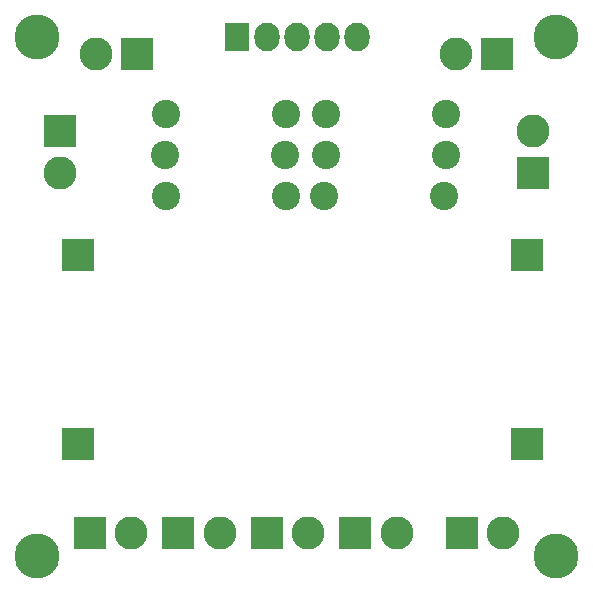
<source format=gts>
G04 #@! TF.FileFunction,Soldermask,Top*
%FSLAX46Y46*%
G04 Gerber Fmt 4.6, Leading zero omitted, Abs format (unit mm)*
G04 Created by KiCad (PCBNEW 4.0.4-stable) date 09/13/16 18:24:55*
%MOMM*%
%LPD*%
G01*
G04 APERTURE LIST*
%ADD10C,0.100000*%
%ADD11C,2.800000*%
%ADD12R,2.800000X2.800000*%
%ADD13C,2.398980*%
%ADD14R,2.127200X2.432000*%
%ADD15O,2.127200X2.432000*%
%ADD16C,3.800000*%
G04 APERTURE END LIST*
D10*
D11*
X61000000Y-145000000D03*
D12*
X57500000Y-145000000D03*
D11*
X68500000Y-145000000D03*
D12*
X65000000Y-145000000D03*
D11*
X76000000Y-145000000D03*
D12*
X72500000Y-145000000D03*
D11*
X83500000Y-145000000D03*
D12*
X80000000Y-145000000D03*
D11*
X55000000Y-114500000D03*
D12*
X55000000Y-111000000D03*
D11*
X95000000Y-111000000D03*
D12*
X95000000Y-114500000D03*
D11*
X92500000Y-145000000D03*
D12*
X89000000Y-145000000D03*
D13*
X64000000Y-109500000D03*
X74160000Y-109500000D03*
X77500000Y-109500000D03*
X87660000Y-109500000D03*
X74000000Y-113000000D03*
X63840000Y-113000000D03*
X77500000Y-113000000D03*
X87660000Y-113000000D03*
X64000000Y-116500000D03*
X74160000Y-116500000D03*
X87500000Y-116500000D03*
X77340000Y-116500000D03*
D12*
X94500000Y-137500000D03*
X94500000Y-121500000D03*
X56500000Y-121500000D03*
X56500000Y-137500000D03*
D14*
X70000000Y-103000000D03*
D15*
X72540000Y-103000000D03*
X75080000Y-103000000D03*
X77620000Y-103000000D03*
X80160000Y-103000000D03*
D11*
X88500000Y-104500000D03*
D12*
X92000000Y-104500000D03*
D16*
X53000000Y-147000000D03*
X97000000Y-147000000D03*
X97000000Y-103000000D03*
X53000000Y-103000000D03*
D11*
X58000000Y-104500000D03*
D12*
X61500000Y-104500000D03*
M02*

</source>
